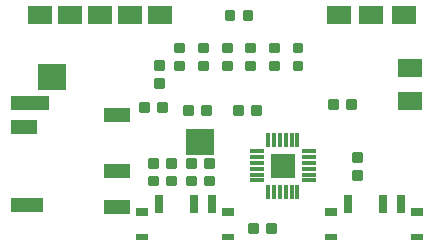
<source format=gtp>
G75*
%MOIN*%
%OFA0B0*%
%FSLAX25Y25*%
%IPPOS*%
%LPD*%
%AMOC8*
5,1,8,0,0,1.08239X$1,22.5*
%
%ADD10C,0.00875*%
%ADD11R,0.01181X0.04724*%
%ADD12R,0.04724X0.01181*%
%ADD13R,0.04724X0.01200*%
%ADD14R,0.08000X0.08000*%
%ADD15R,0.07874X0.05906*%
%ADD16R,0.02756X0.05906*%
%ADD17R,0.03937X0.02362*%
%ADD18R,0.03937X0.03150*%
%ADD19R,0.13000X0.05000*%
%ADD20R,0.09000X0.05000*%
%ADD21R,0.11000X0.05000*%
%ADD22R,0.02500X0.05000*%
%ADD23R,0.09600X0.09000*%
D10*
X0050524Y0033675D02*
X0053150Y0033675D01*
X0053150Y0031049D01*
X0050524Y0031049D01*
X0050524Y0033675D01*
X0050524Y0031923D02*
X0053150Y0031923D01*
X0053150Y0032797D02*
X0050524Y0032797D01*
X0050524Y0033671D02*
X0053150Y0033671D01*
X0056524Y0033675D02*
X0059150Y0033675D01*
X0059150Y0031049D01*
X0056524Y0031049D01*
X0056524Y0033675D01*
X0056524Y0031923D02*
X0059150Y0031923D01*
X0059150Y0032797D02*
X0056524Y0032797D01*
X0056524Y0033671D02*
X0059150Y0033671D01*
X0063319Y0033675D02*
X0065945Y0033675D01*
X0065945Y0031049D01*
X0063319Y0031049D01*
X0063319Y0033675D01*
X0063319Y0031923D02*
X0065945Y0031923D01*
X0065945Y0032797D02*
X0063319Y0032797D01*
X0063319Y0033671D02*
X0065945Y0033671D01*
X0069319Y0033675D02*
X0071945Y0033675D01*
X0071945Y0031049D01*
X0069319Y0031049D01*
X0069319Y0033675D01*
X0069319Y0031923D02*
X0071945Y0031923D01*
X0071945Y0032797D02*
X0069319Y0032797D01*
X0069319Y0033671D02*
X0071945Y0033671D01*
X0071945Y0039581D02*
X0069319Y0039581D01*
X0071945Y0039581D02*
X0071945Y0036955D01*
X0069319Y0036955D01*
X0069319Y0039581D01*
X0069319Y0037829D02*
X0071945Y0037829D01*
X0071945Y0038703D02*
X0069319Y0038703D01*
X0069319Y0039577D02*
X0071945Y0039577D01*
X0065945Y0039581D02*
X0063319Y0039581D01*
X0065945Y0039581D02*
X0065945Y0036955D01*
X0063319Y0036955D01*
X0063319Y0039581D01*
X0063319Y0037829D02*
X0065945Y0037829D01*
X0065945Y0038703D02*
X0063319Y0038703D01*
X0063319Y0039577D02*
X0065945Y0039577D01*
X0059150Y0036955D02*
X0056524Y0036955D01*
X0056524Y0039581D01*
X0059150Y0039581D01*
X0059150Y0036955D01*
X0059150Y0037829D02*
X0056524Y0037829D01*
X0056524Y0038703D02*
X0059150Y0038703D01*
X0059150Y0039577D02*
X0056524Y0039577D01*
X0053150Y0036955D02*
X0050524Y0036955D01*
X0050524Y0039581D01*
X0053150Y0039581D01*
X0053150Y0036955D01*
X0053150Y0037829D02*
X0050524Y0037829D01*
X0050524Y0038703D02*
X0053150Y0038703D01*
X0053150Y0039577D02*
X0050524Y0039577D01*
X0062335Y0054671D02*
X0064961Y0054671D01*
X0062335Y0054671D02*
X0062335Y0057297D01*
X0064961Y0057297D01*
X0064961Y0054671D01*
X0064961Y0055545D02*
X0062335Y0055545D01*
X0062335Y0056419D02*
X0064961Y0056419D01*
X0064961Y0057293D02*
X0062335Y0057293D01*
X0068335Y0054671D02*
X0070961Y0054671D01*
X0068335Y0054671D02*
X0068335Y0057297D01*
X0070961Y0057297D01*
X0070961Y0054671D01*
X0070961Y0055545D02*
X0068335Y0055545D01*
X0068335Y0056419D02*
X0070961Y0056419D01*
X0070961Y0057293D02*
X0068335Y0057293D01*
X0079067Y0057297D02*
X0081693Y0057297D01*
X0081693Y0054671D01*
X0079067Y0054671D01*
X0079067Y0057297D01*
X0079067Y0055545D02*
X0081693Y0055545D01*
X0081693Y0056419D02*
X0079067Y0056419D01*
X0079067Y0057293D02*
X0081693Y0057293D01*
X0085067Y0057297D02*
X0087693Y0057297D01*
X0087693Y0054671D01*
X0085067Y0054671D01*
X0085067Y0057297D01*
X0085067Y0055545D02*
X0087693Y0055545D01*
X0087693Y0056419D02*
X0085067Y0056419D01*
X0085067Y0057293D02*
X0087693Y0057293D01*
X0085677Y0069388D02*
X0085677Y0072014D01*
X0085677Y0069388D02*
X0083051Y0069388D01*
X0083051Y0072014D01*
X0085677Y0072014D01*
X0085677Y0070262D02*
X0083051Y0070262D01*
X0083051Y0071136D02*
X0085677Y0071136D01*
X0085677Y0072010D02*
X0083051Y0072010D01*
X0075177Y0072014D02*
X0075177Y0069388D01*
X0075177Y0072014D02*
X0077803Y0072014D01*
X0077803Y0069388D01*
X0075177Y0069388D01*
X0075177Y0070262D02*
X0077803Y0070262D01*
X0077803Y0071136D02*
X0075177Y0071136D01*
X0075177Y0072010D02*
X0077803Y0072010D01*
X0075177Y0075388D02*
X0075177Y0078014D01*
X0077803Y0078014D01*
X0077803Y0075388D01*
X0075177Y0075388D01*
X0075177Y0076262D02*
X0077803Y0076262D01*
X0077803Y0077136D02*
X0075177Y0077136D01*
X0075177Y0078010D02*
X0077803Y0078010D01*
X0085677Y0078014D02*
X0085677Y0075388D01*
X0083051Y0075388D01*
X0083051Y0078014D01*
X0085677Y0078014D01*
X0085677Y0076262D02*
X0083051Y0076262D01*
X0083051Y0077136D02*
X0085677Y0077136D01*
X0085677Y0078010D02*
X0083051Y0078010D01*
X0093551Y0078014D02*
X0093551Y0075388D01*
X0090925Y0075388D01*
X0090925Y0078014D01*
X0093551Y0078014D01*
X0093551Y0076262D02*
X0090925Y0076262D01*
X0090925Y0077136D02*
X0093551Y0077136D01*
X0093551Y0078010D02*
X0090925Y0078010D01*
X0101425Y0078014D02*
X0101425Y0075388D01*
X0098799Y0075388D01*
X0098799Y0078014D01*
X0101425Y0078014D01*
X0101425Y0076262D02*
X0098799Y0076262D01*
X0098799Y0077136D02*
X0101425Y0077136D01*
X0101425Y0078010D02*
X0098799Y0078010D01*
X0101425Y0072014D02*
X0101425Y0069388D01*
X0098799Y0069388D01*
X0098799Y0072014D01*
X0101425Y0072014D01*
X0101425Y0070262D02*
X0098799Y0070262D01*
X0098799Y0071136D02*
X0101425Y0071136D01*
X0101425Y0072010D02*
X0098799Y0072010D01*
X0093551Y0072014D02*
X0093551Y0069388D01*
X0090925Y0069388D01*
X0090925Y0072014D01*
X0093551Y0072014D01*
X0093551Y0070262D02*
X0090925Y0070262D01*
X0090925Y0071136D02*
X0093551Y0071136D01*
X0093551Y0072010D02*
X0090925Y0072010D01*
X0067303Y0072014D02*
X0067303Y0069388D01*
X0067303Y0072014D02*
X0069929Y0072014D01*
X0069929Y0069388D01*
X0067303Y0069388D01*
X0067303Y0070262D02*
X0069929Y0070262D01*
X0069929Y0071136D02*
X0067303Y0071136D01*
X0067303Y0072010D02*
X0069929Y0072010D01*
X0067303Y0075388D02*
X0067303Y0078014D01*
X0069929Y0078014D01*
X0069929Y0075388D01*
X0067303Y0075388D01*
X0067303Y0076262D02*
X0069929Y0076262D01*
X0069929Y0077136D02*
X0067303Y0077136D01*
X0067303Y0078010D02*
X0069929Y0078010D01*
X0059429Y0078014D02*
X0059429Y0075388D01*
X0059429Y0078014D02*
X0062055Y0078014D01*
X0062055Y0075388D01*
X0059429Y0075388D01*
X0059429Y0076262D02*
X0062055Y0076262D01*
X0062055Y0077136D02*
X0059429Y0077136D01*
X0059429Y0078010D02*
X0062055Y0078010D01*
X0059429Y0072014D02*
X0059429Y0069388D01*
X0059429Y0072014D02*
X0062055Y0072014D01*
X0062055Y0069388D01*
X0059429Y0069388D01*
X0059429Y0070262D02*
X0062055Y0070262D01*
X0062055Y0071136D02*
X0059429Y0071136D01*
X0059429Y0072010D02*
X0062055Y0072010D01*
X0055166Y0072108D02*
X0055166Y0069482D01*
X0052540Y0069482D01*
X0052540Y0072108D01*
X0055166Y0072108D01*
X0055166Y0070356D02*
X0052540Y0070356D01*
X0052540Y0071230D02*
X0055166Y0071230D01*
X0055166Y0072104D02*
X0052540Y0072104D01*
X0055166Y0066108D02*
X0055166Y0063482D01*
X0052540Y0063482D01*
X0052540Y0066108D01*
X0055166Y0066108D01*
X0055166Y0064356D02*
X0052540Y0064356D01*
X0052540Y0065230D02*
X0055166Y0065230D01*
X0055166Y0066104D02*
X0052540Y0066104D01*
X0053571Y0055656D02*
X0056197Y0055656D01*
X0053571Y0055656D02*
X0053571Y0058282D01*
X0056197Y0058282D01*
X0056197Y0055656D01*
X0056197Y0056530D02*
X0053571Y0056530D01*
X0053571Y0057404D02*
X0056197Y0057404D01*
X0056197Y0058278D02*
X0053571Y0058278D01*
X0050197Y0055656D02*
X0047571Y0055656D01*
X0047571Y0058282D01*
X0050197Y0058282D01*
X0050197Y0055656D01*
X0050197Y0056530D02*
X0047571Y0056530D01*
X0047571Y0057404D02*
X0050197Y0057404D01*
X0050197Y0058278D02*
X0047571Y0058278D01*
X0076114Y0088793D02*
X0078740Y0088793D01*
X0078740Y0086167D01*
X0076114Y0086167D01*
X0076114Y0088793D01*
X0076114Y0087041D02*
X0078740Y0087041D01*
X0078740Y0087915D02*
X0076114Y0087915D01*
X0076114Y0088789D02*
X0078740Y0088789D01*
X0082114Y0088793D02*
X0084740Y0088793D01*
X0084740Y0086167D01*
X0082114Y0086167D01*
X0082114Y0088793D01*
X0082114Y0087041D02*
X0084740Y0087041D01*
X0084740Y0087915D02*
X0082114Y0087915D01*
X0082114Y0088789D02*
X0084740Y0088789D01*
X0110563Y0059266D02*
X0113189Y0059266D01*
X0113189Y0056640D01*
X0110563Y0056640D01*
X0110563Y0059266D01*
X0110563Y0057514D02*
X0113189Y0057514D01*
X0113189Y0058388D02*
X0110563Y0058388D01*
X0110563Y0059262D02*
X0113189Y0059262D01*
X0116563Y0059266D02*
X0119189Y0059266D01*
X0119189Y0056640D01*
X0116563Y0056640D01*
X0116563Y0059266D01*
X0116563Y0057514D02*
X0119189Y0057514D01*
X0119189Y0058388D02*
X0116563Y0058388D01*
X0116563Y0059262D02*
X0119189Y0059262D01*
X0118485Y0041596D02*
X0118485Y0038970D01*
X0118485Y0041596D02*
X0121111Y0041596D01*
X0121111Y0038970D01*
X0118485Y0038970D01*
X0118485Y0039844D02*
X0121111Y0039844D01*
X0121111Y0040718D02*
X0118485Y0040718D01*
X0118485Y0041592D02*
X0121111Y0041592D01*
X0118485Y0035596D02*
X0118485Y0032970D01*
X0118485Y0035596D02*
X0121111Y0035596D01*
X0121111Y0032970D01*
X0118485Y0032970D01*
X0118485Y0033844D02*
X0121111Y0033844D01*
X0121111Y0034718D02*
X0118485Y0034718D01*
X0118485Y0035592D02*
X0121111Y0035592D01*
X0092614Y0015301D02*
X0089988Y0015301D01*
X0089988Y0017927D01*
X0092614Y0017927D01*
X0092614Y0015301D01*
X0092614Y0016175D02*
X0089988Y0016175D01*
X0089988Y0017049D02*
X0092614Y0017049D01*
X0092614Y0017923D02*
X0089988Y0017923D01*
X0086614Y0015301D02*
X0083988Y0015301D01*
X0083988Y0017927D01*
X0086614Y0017927D01*
X0086614Y0015301D01*
X0086614Y0016175D02*
X0083988Y0016175D01*
X0083988Y0017049D02*
X0086614Y0017049D01*
X0086614Y0017923D02*
X0083988Y0017923D01*
D11*
X0090291Y0028622D03*
X0092191Y0028622D03*
X0094191Y0028622D03*
X0096191Y0028622D03*
X0098191Y0028622D03*
X0100091Y0028622D03*
X0100091Y0045945D03*
X0098191Y0045945D03*
X0096191Y0045945D03*
X0094191Y0045945D03*
X0092191Y0045945D03*
X0090291Y0045945D03*
D12*
X0086530Y0042183D03*
X0086530Y0040283D03*
X0086530Y0038283D03*
X0086530Y0036283D03*
X0103853Y0036283D03*
X0103853Y0034283D03*
X0103853Y0032383D03*
X0103853Y0038283D03*
X0103853Y0040283D03*
X0103853Y0042183D03*
D13*
X0086530Y0034283D03*
X0086530Y0032383D03*
D14*
X0095191Y0037283D03*
D15*
X0137514Y0058937D03*
X0137514Y0069764D03*
X0135546Y0087480D03*
X0124719Y0087480D03*
X0113892Y0087480D03*
X0054187Y0087539D03*
X0044187Y0087539D03*
X0034187Y0087539D03*
X0024187Y0087539D03*
X0014187Y0087539D03*
D16*
X0053853Y0024488D03*
X0065664Y0024488D03*
X0071569Y0024488D03*
X0116845Y0024488D03*
X0128656Y0024488D03*
X0134561Y0024488D03*
D17*
X0140073Y0013661D03*
X0111333Y0013661D03*
X0077081Y0013661D03*
X0048341Y0013661D03*
D18*
X0048341Y0021929D03*
X0077081Y0021929D03*
X0111333Y0021929D03*
X0140073Y0021929D03*
D19*
X0010884Y0058031D03*
D20*
X0008884Y0050031D03*
X0039884Y0054031D03*
X0039884Y0035531D03*
X0039884Y0023531D03*
D21*
X0009884Y0024031D03*
D22*
X0066011Y0045157D03*
X0069254Y0045157D03*
X0020041Y0066811D03*
X0016798Y0066811D03*
D23*
X0018420Y0066811D03*
X0067632Y0045157D03*
M02*

</source>
